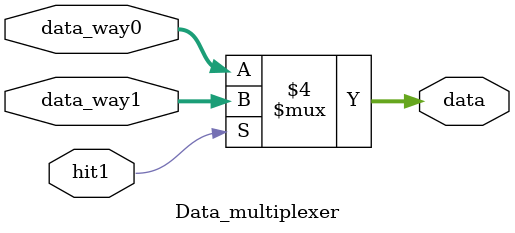
<source format=v>
module Data_multiplexer(
    input [31:0]data_way0,
    input [31:0]data_way1,
    input hit1,
    output reg[31:0]data
);
    always @(*) begin
        if(hit1==0) begin
            data=data_way0;
        end else begin
            data=data_way1;
        end
    end
endmodule

</source>
